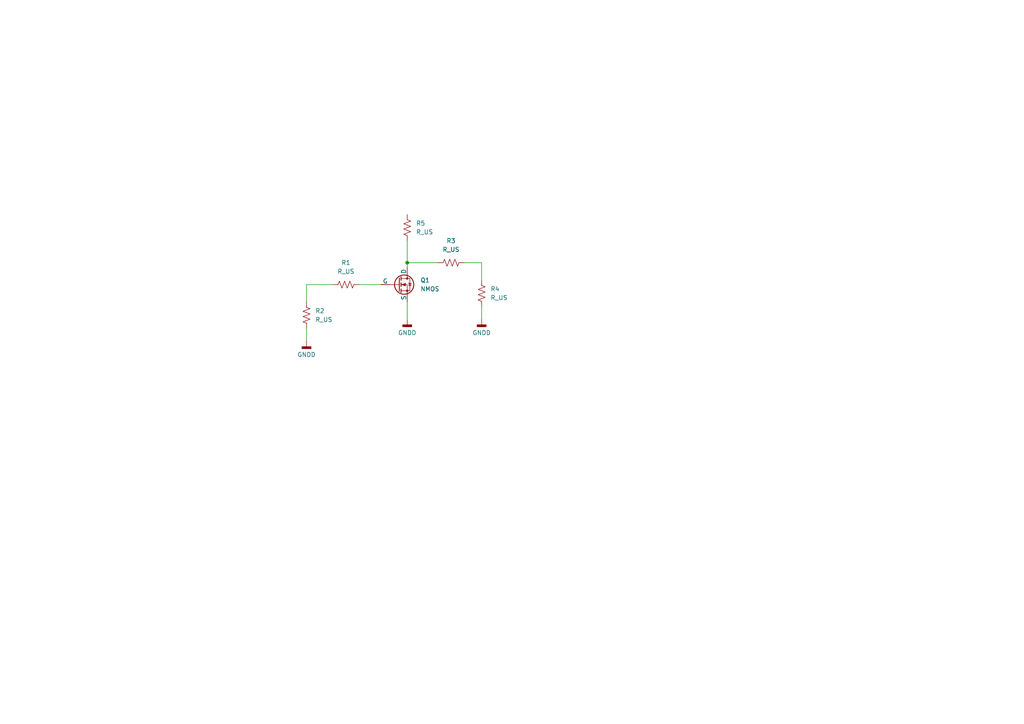
<source format=kicad_sch>
(kicad_sch (version 20231120) (generator "eeschema") (generator_version "8.0")
  (paper "A4")
  (lib_symbols
    (symbol "Device:R_US" (pin_numbers hide) (pin_names (offset 0))
      (property "Reference" "R" (at 2.54 0 90))
      (property "Value" "R_US" (at -2.54 0 90))
      (symbol "R_US_0_1"
        (polyline (pts (xy 0 -2.286) (xy 0 -2.54)))
        (polyline (pts (xy 0 2.286) (xy 0 2.54)))
        (polyline (pts (xy 0 -0.762) (xy 1.016 -1.143) (xy 0 -1.524) (xy -1.016 -1.905) (xy 0 -2.286)))
        (polyline (pts (xy 0 0.762) (xy 1.016 0.381) (xy 0 0) (xy -1.016 -0.381) (xy 0 -0.762)))
        (polyline (pts (xy 0 2.286) (xy 1.016 1.905) (xy 0 1.524) (xy -1.016 1.143) (xy 0 0.762)))
      )
      (symbol "R_US_1_1"
        (pin passive line (at 0 3.81 270) (length 1.27) (name "~") (number "1"))
        (pin passive line (at 0 -3.81 90) (length 1.27) (name "~") (number "2"))
      )
    )
    (symbol "Simulation_SPICE:NMOS" (pin_numbers hide) (pin_names (offset 0))
      (property "Reference" "Q" (at 5.08 1.27 0))
      (property "Value" "NMOS" (at 5.08 -1.27 0))
      (symbol "NMOS_0_1"
        (polyline (pts (xy 0.254 0) (xy -2.54 0)))
        (polyline (pts (xy 0.254 1.905) (xy 0.254 -1.905)) (stroke (width 0.254)))
        (polyline (pts (xy 0.762 -1.27) (xy 0.762 -2.286)) (stroke (width 0.254)))
        (polyline (pts (xy 0.762 0.508) (xy 0.762 -0.508)) (stroke (width 0.254)))
        (polyline (pts (xy 0.762 2.286) (xy 0.762 1.27)) (stroke (width 0.254)))
        (polyline (pts (xy 2.54 2.54) (xy 2.54 1.778)))
        (polyline (pts (xy 2.54 -2.54) (xy 2.54 0) (xy 0.762 0)))
        (polyline (pts (xy 0.762 -1.778) (xy 3.302 -1.778) (xy 3.302 1.778) (xy 0.762 1.778)))
        (polyline (pts (xy 1.016 0) (xy 2.032 0.381) (xy 2.032 -0.381) (xy 1.016 0)) (fill (type outline)))
        (polyline (pts (xy 2.794 0.508) (xy 2.921 0.381) (xy 3.683 0.381) (xy 3.81 0.254)))
        (polyline (pts (xy 3.302 0.381) (xy 2.921 -0.254) (xy 3.683 -0.254) (xy 3.302 0.381)))
        (circle (center 1.651 0) (radius 2.794) (stroke (width 0.254)))
        (circle (center 2.54 -1.778) (radius 0.254) (fill (type outline)))
        (circle (center 2.54 1.778) (radius 0.254) (fill (type outline)))
      )
      (symbol "NMOS_1_1"
        (pin passive line (at 2.54 5.08 270) (length 2.54) (name "D") (number "1"))
        (pin input line (at -5.08 0 0) (length 2.54) (name "G") (number "2"))
        (pin passive line (at 2.54 -5.08 90) (length 2.54) (name "S") (number "3"))
      )
    )
    (symbol "power:GNDD" (power) (pin_numbers hide) (pin_names (offset 0) hide)
      (property "Value" "GNDD" (at 0 -3.175 0))
      (symbol "GNDD_0_1"
        (rectangle (start -1.27 -1.524) (end 1.27 -2.032) (stroke (width 0.254)) (fill (type outline)))
        (polyline (pts (xy 0 0) (xy 0 -1.524)))
      )
      (symbol "GNDD_1_1"
        (pin power_in line (at 0 0 270) (length 0) (name "~") (number "1"))
      )
    )
  )
  (junction (at 118.11 76.2))
  (wire (pts (xy 88.9 87.63) (xy 88.9 82.55)))
  (wire (pts (xy 139.7 76.2) (xy 139.7 81.28)))
  (wire (pts (xy 88.9 95.25) (xy 88.9 99.06)))
  (wire (pts (xy 139.7 88.9) (xy 139.7 92.71)))
  (wire (pts (xy 118.11 87.63) (xy 118.11 92.71)))
  (wire (pts (xy 88.9 82.55) (xy 96.52 82.55)))
  (wire (pts (xy 134.62 76.2) (xy 139.7 76.2)))
  (wire (pts (xy 118.11 76.2) (xy 127 76.2)))
  (wire (pts (xy 118.11 69.85) (xy 118.11 76.2)))
  (wire (pts (xy 104.14 82.55) (xy 110.49 82.55)))
  (wire (pts (xy 118.11 77.47) (xy 118.11 76.2)))
  (symbol (lib_id "Device:R_US") (at 88.9 91.44 180) (unit 1)
    (property "Reference" "R2" (at 91.44 90.1699 0) (effects (justify right)))
    (property "Value" "R_US" (at 91.44 92.7099 0) (effects (justify right)))
    (property "Footprint" "PYRO_R1" (effects (hide yes)))
    (property "Description" "Resistor, US symbol" (effects (hide yes)))
  )
  (symbol (lib_id "Device:R_US") (at 130.81 76.2 90) (unit 1)
    (property "Reference" "R3" (at 130.81 69.85 90))
    (property "Value" "R_US" (at 130.81 72.39 90))
    (property "Footprint" "PYRO_R1" (effects (hide yes)))
    (property "Description" "Resistor, US symbol" (effects (hide yes)))
  )
  (symbol (lib_id "Device:R_US") (at 118.11 66.04 180) (unit 1)
    (property "Reference" "R5" (at 120.65 64.7699 0) (effects (justify right)))
    (property "Value" "R_US" (at 120.65 67.3099 0) (effects (justify right)))
    (property "Footprint" "PYRO_R1" (effects (hide yes)))
    (property "Description" "Resistor, US symbol" (effects (hide yes)))
  )
  (symbol (lib_id "power:GNDD") (at 88.9 99.06 0) (unit 1)
    (property "Reference" "#PWR03" (effects (hide yes)))
    (property "Value" "GNDD" (at 88.9 102.87 0))
    (property "Description" "Power symbol creates a global label with name \"GNDD\" , digital ground" (effects (hide yes)))
  )
  (symbol (lib_id "Device:R_US") (at 139.7 85.09 180) (unit 1)
    (property "Reference" "R4" (at 142.24 83.8199 0) (effects (justify right)))
    (property "Value" "R_US" (at 142.24 86.3599 0) (effects (justify right)))
    (property "Footprint" "PYRO_R1" (effects (hide yes)))
    (property "Description" "Resistor, US symbol" (effects (hide yes)))
  )
  (symbol (lib_id "Simulation_SPICE:NMOS") (at 115.57 82.55 0) (unit 1)
    (property "Reference" "Q1" (at 121.92 81.2799 0) (effects (justify left)))
    (property "Value" "NMOS" (at 121.92 83.8199 0) (effects (justify left)))
    (property "Datasheet" "https://ngspice.sourceforge.io/docs/ngspice-html-manual/manual.xhtml#cha_MOSFETs" (effects (hide yes)))
    (property "Description" "N-MOSFET transistor, drain/source/gate" (effects (hide yes)))
    (property "Sim.Device" "NMOS" (effects (hide yes)))
    (property "Sim.Type" "VDMOS" (effects (hide yes)))
    (property "Sim.Pins" "1=D 2=G 3=S" (effects (hide yes)))
  )
  (symbol (lib_id "power:GNDD") (at 118.11 92.71 0) (unit 1)
    (property "Reference" "#PWR05" (effects (hide yes)))
    (property "Value" "GNDD" (at 118.11 96.52 0))
    (property "Description" "Power symbol creates a global label with name \"GNDD\" , digital ground" (effects (hide yes)))
  )
  (symbol (lib_id "Device:R_US") (at 100.33 82.55 90) (unit 1)
    (property "Reference" "R1" (at 100.33 76.2 90))
    (property "Value" "R_US" (at 100.33 78.74 90))
    (property "Footprint" "PYRO_R1" (effects (hide yes)))
    (property "Description" "Resistor, US symbol" (effects (hide yes)))
  )
  (symbol (lib_id "power:GNDD") (at 139.7 92.71 0) (unit 1)
    (property "Reference" "#PWR07" (effects (hide yes)))
    (property "Value" "GNDD" (at 139.7 96.52 0))
    (property "Description" "Power symbol creates a global label with name \"GNDD\" , digital ground" (effects (hide yes)))
  )
)
</source>
